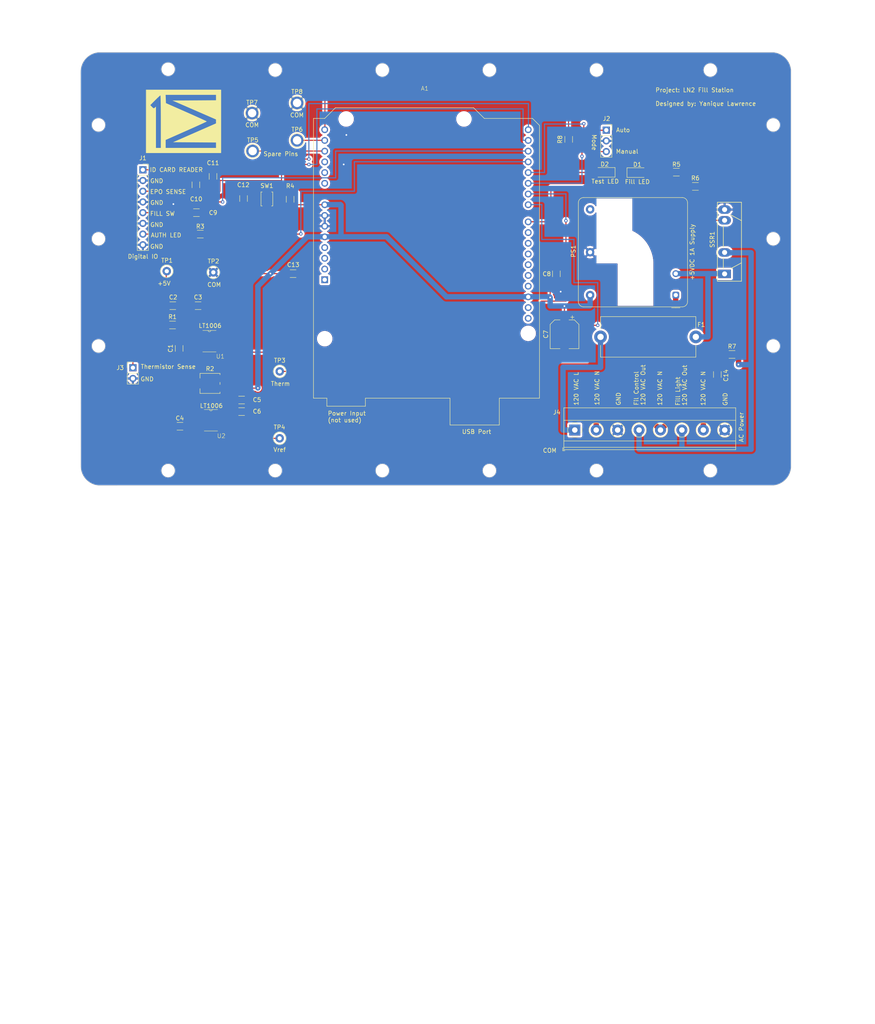
<source format=kicad_pcb>
(kicad_pcb (version 20221018) (generator pcbnew)

  (general
    (thickness 1.6)
  )

  (paper "A1")
  (layers
    (0 "F.Cu" signal)
    (31 "B.Cu" signal)
    (32 "B.Adhes" user "B.Adhesive")
    (33 "F.Adhes" user "F.Adhesive")
    (34 "B.Paste" user)
    (35 "F.Paste" user)
    (36 "B.SilkS" user "B.Silkscreen")
    (37 "F.SilkS" user "F.Silkscreen")
    (38 "B.Mask" user)
    (39 "F.Mask" user)
    (40 "Dwgs.User" user "User.Drawings")
    (41 "Cmts.User" user "User.Comments")
    (42 "Eco1.User" user "User.Eco1")
    (43 "Eco2.User" user "User.Eco2")
    (44 "Edge.Cuts" user)
    (45 "Margin" user)
    (46 "B.CrtYd" user "B.Courtyard")
    (47 "F.CrtYd" user "F.Courtyard")
    (48 "B.Fab" user)
    (49 "F.Fab" user)
    (50 "User.1" user)
    (51 "User.2" user)
    (52 "User.3" user)
    (53 "User.4" user)
    (54 "User.5" user)
    (55 "User.6" user)
    (56 "User.7" user)
    (57 "User.8" user)
    (58 "User.9" user)
  )

  (setup
    (pad_to_mask_clearance 0)
    (pcbplotparams
      (layerselection 0x00010fc_ffffffff)
      (plot_on_all_layers_selection 0x0000000_00000000)
      (disableapertmacros false)
      (usegerberextensions false)
      (usegerberattributes true)
      (usegerberadvancedattributes true)
      (creategerberjobfile true)
      (dashed_line_dash_ratio 12.000000)
      (dashed_line_gap_ratio 3.000000)
      (svgprecision 4)
      (plotframeref false)
      (viasonmask false)
      (mode 1)
      (useauxorigin false)
      (hpglpennumber 1)
      (hpglpenspeed 20)
      (hpglpendiameter 15.000000)
      (dxfpolygonmode true)
      (dxfimperialunits true)
      (dxfusepcbnewfont true)
      (psnegative false)
      (psa4output false)
      (plotreference true)
      (plotvalue true)
      (plotinvisibletext false)
      (sketchpadsonfab false)
      (subtractmaskfromsilk false)
      (outputformat 1)
      (mirror false)
      (drillshape 1)
      (scaleselection 1)
      (outputdirectory "")
    )
  )

  (net 0 "")
  (net 1 "unconnected-(A1-NC-Pad1)")
  (net 2 "unconnected-(A1-IOREF-Pad2)")
  (net 3 "unconnected-(A1-~{RESET}-Pad3)")
  (net 4 "unconnected-(A1-3V3-Pad4)")
  (net 5 "+5V")
  (net 6 "GND")
  (net 7 "unconnected-(A1-A0-Pad9)")
  (net 8 "unconnected-(A1-A1-Pad10)")
  (net 9 "Net-(A1-A3)")
  (net 10 "Net-(A1-SDA{slash}A4-Pad13)")
  (net 11 "Net-(A1-SCL{slash}A5-Pad14)")
  (net 12 "Net-(A1-D0{slash}RX)")
  (net 13 "Net-(A1-D1{slash}TX)")
  (net 14 "Net-(A1-D2)")
  (net 15 "Net-(A1-D3)")
  (net 16 "Net-(A1-D4)")
  (net 17 "Net-(A1-D6)")
  (net 18 "Net-(A1-D7)")
  (net 19 "Net-(A1-D8)")
  (net 20 "unconnected-(A1-D9-Pad24)")
  (net 21 "unconnected-(A1-D10-Pad25)")
  (net 22 "unconnected-(A1-D11-Pad26)")
  (net 23 "unconnected-(A1-D12-Pad27)")
  (net 24 "unconnected-(A1-D13-Pad28)")
  (net 25 "unconnected-(A1-GND-Pad29)")
  (net 26 "unconnected-(A1-SDA{slash}A4-Pad31)")
  (net 27 "unconnected-(A1-SCL{slash}A5-Pad32)")
  (net 28 "Net-(D1-A)")
  (net 29 "Net-(D2-A)")
  (net 30 "Net-(J4-Pin_4)")
  (net 31 "Net-(U2-+)")
  (net 32 "Net-(R6-Pad2)")
  (net 33 "*RST")
  (net 34 "LINE")
  (net 35 "unconnected-(U1-BAL-Pad1)")
  (net 36 "unconnected-(U1-COMP-Pad5)")
  (net 37 "unconnected-(U1-C{slash}B-Pad8)")
  (net 38 "unconnected-(U2-BAL-Pad1)")
  (net 39 "unconnected-(U2-COMP-Pad5)")
  (net 40 "unconnected-(U2-C{slash}B-Pad8)")
  (net 41 "Net-(A1-D5)")
  (net 42 "NEUT")
  (net 43 "Net-(J4-Pin_1)")
  (net 44 "unconnected-(PS1-NC-Pad3)")
  (net 45 "unconnected-(A1-A2-Pad11)")
  (net 46 "Net-(J3-Pin_1)")
  (net 47 "Net-(J1-Pin_7)")
  (net 48 "Net-(C14-Pad1)")

  (footprint "SnapEDA Library1:LT1006" (layer "F.Cu") (at 308.61 134.4422))

  (footprint "Converter_ACDC:Converter_ACDC_Murata_BAC05SxxDC_THT" (layer "F.Cu") (at 418.846 107.315 180))

  (footprint "Capacitor_SMD:C_1206_3216Metric_Pad1.33x1.80mm_HandSolder" (layer "F.Cu") (at 305.0286 81.1784 90))

  (footprint "Resistor_SMD:R_1206_3216Metric_Pad1.30x1.75mm_HandSolder" (layer "F.Cu") (at 423.4942 81.5594))

  (footprint "TestPoint:TestPoint_Loop_D1.80mm_Drill1.0mm_Beaded" (layer "F.Cu") (at 309.1688 101.9302))

  (footprint "Capacitor_SMD:CP_Elec_6.3x5.8" (layer "F.Cu") (at 392.4554 116.6038 -90))

  (footprint "Capacitor_SMD:C_1206_3216Metric_Pad1.33x1.80mm_HandSolder" (layer "F.Cu") (at 428.7012 126.1364 -90))

  (footprint "TestPoint:TestPoint_Loop_D1.80mm_Drill1.0mm_Beaded" (layer "F.Cu") (at 324.9168 125.3998))

  (footprint "TerminalBlock_Phoenix:TerminalBlock_Phoenix_MKDS-1,5-8-5.08_1x08_P5.08mm_Horizontal" (layer "F.Cu") (at 394.8938 139.2936))

  (footprint "Resistor_SMD:R_1206_3216Metric_Pad1.30x1.75mm_HandSolder" (layer "F.Cu") (at 306.0706 92.8624))

  (footprint "Connector_PinSocket_2.54mm:PinSocket_1x03_P2.54mm_Vertical" (layer "F.Cu") (at 402.3614 68.2244))

  (footprint "Capacitor_SMD:C_1206_3216Metric_Pad1.33x1.80mm_HandSolder" (layer "F.Cu") (at 328.0791 102.235))

  (footprint "Capacitor_SMD:C_1206_3216Metric_Pad1.33x1.80mm_HandSolder" (layer "F.Cu") (at 305.5532 109.8274 180))

  (footprint "TestPoint:TestPoint_Plated_Hole_D2.0mm" (layer "F.Cu") (at 318.3636 64.1858))

  (footprint "Fuse:Fuseholder_Cylinder-5x20mm_Stelvio-Kontek_PTF78_Horizontal_Open" (layer "F.Cu") (at 423.5958 117.221 180))

  (footprint "Capacitor_SMD:C_1206_3216Metric_Pad1.33x1.80mm_HandSolder" (layer "F.Cu") (at 301.2558 138.4046 180))

  (footprint "Connector_PinSocket_2.54mm:PinSocket_1x08_P2.54mm_Vertical" (layer "F.Cu") (at 292.4556 77.6224))

  (footprint "Capacitor_SMD:C_1206_3216Metric_Pad1.33x1.80mm_HandSolder" (layer "F.Cu") (at 305.1556 87.7824))

  (footprint "MagLab logo:maglab logo" (layer "F.Cu") (at 300.9646 66.1924 90))

  (footprint "Capacitor_SMD:C_1206_3216Metric_Pad1.33x1.80mm_HandSolder" (layer "F.Cu") (at 390.525 102.2727 90))

  (footprint "Capacitor_SMD:C_1206_3216Metric_Pad1.33x1.80mm_HandSolder" (layer "F.Cu") (at 315.8744 132.1816))

  (footprint "TestPoint:TestPoint_Plated_Hole_D2.0mm" (layer "F.Cu") (at 329.0316 70.6374))

  (footprint "LED_SMD:LED_1206_3216Metric_Pad1.42x1.75mm_HandSolder" (layer "F.Cu") (at 401.9804 78.232 180))

  (footprint "Resistor_SMD:R_1206_3216Metric_Pad1.30x1.75mm_HandSolder" (layer "F.Cu") (at 327.3806 84.608 90))

  (footprint "Resistor_SMD:R_1206_3216Metric_Pad1.30x1.75mm_HandSolder" (layer "F.Cu") (at 432.1804 121.3866 180))

  (footprint "Resistor_SMD:R_1206_3216Metric_Pad1.30x1.75mm_HandSolder" (layer "F.Cu") (at 418.973 78.1812 180))

  (footprint "Capacitor_SMD:C_1206_3216Metric_Pad1.33x1.80mm_HandSolder" (layer "F.Cu") (at 301.0662 119.9519 -90))

  (footprint "TestPoint:TestPoint_Loop_D1.80mm_Drill1.0mm_Beaded" (layer "F.Cu") (at 324.8914 141.2494))

  (footprint "Resistor_SMD:R_1206_3216Metric_Pad1.30x1.75mm_HandSolder" (layer "F.Cu") (at 393.446 70.4094 -90))

  (footprint "Resistor_SMD:R_1206_3216Metric_Pad1.30x1.75mm_HandSolder" (layer "F.Cu") (at 299.4914 114.4016))

  (footprint "SnapEDA Library1:LT1006" (layer "F.Cu") (at 308.2544 115.697))

  (footprint "LED_SMD:LED_1206_3216Metric_Pad1.42x1.75mm_HandSolder" (layer "F.Cu") (at 409.7274 78.2828))

  (footprint "TestPoint:TestPoint_Plated_Hole_D2.0mm" (layer "F.Cu") (at 329.0316 61.7728))

  (footprint "Potentiometer_SMD:Potentiometer_Bourns_3314G_Vertical" (layer "F.Cu") (at 308.3814 128.2446 -90))

  (footprint "Connector_PinHeader_2.54mm:PinHeader_1x02_P2.54mm_Vertical" (layer "F.Cu") (at 290.0934 124.5362))

  (footprint "Capacitor_SMD:C_1206_3216Metric_Pad1.33x1.80mm_HandSolder" (layer "F.Cu") (at 315.8744 134.9248))

  (footprint "Package_SIP:SIP4_Sharp-SSR_P7.62mm_Straight" (layer "F.Cu") (at 430.4214 102.2908 90))

  (footprint "Capacitor_SMD:C_1206_3216Metric_Pad1.33x1.80mm_HandSolder" (layer "F.Cu") (at 316.3316 84.4296 90))

  (footprint "Capacitor_SMD:C_1206_3216Metric_Pad1.33x1.80mm_HandSolder" (layer "F.Cu") (at 309.0926 79.1849 -90))

  (footprint "Button_Switch_SMD:SW_SPST_B3U-1000P" (layer "F.Cu") (at 321.8688 84.533 -90))

  (footprint "SnapEDA Library1:Arduino UNO R3" (layer "F.Cu") (at 359.4648 88.1928 90))

  (footprint "TestPoint:TestPoint_Plated_Hole_D2.0mm" (layer "F.Cu") (at 318.4906 73.1774))

  (footprint "TestPoint:TestPoint_Loop_D1.80mm_Drill1.0mm_Beaded" (layer "F.Cu") (at 298.1198 101.6508))

  (footprint "Capacitor_SMD:C_1206_3216Metric_Pad1.33x1.80mm_HandSolder" (layer "F.Cu") (at 299.5532 109.8274))

  (gr_curve (pts (xy 289.31907 39.830871) (xy 287.346659 41.177073) (xy 285.509835 42.867606) (xy 283.638153 44.244931))
    (stroke (width 0.2) (type solid)) (layer "Dwgs.User") (tstamp 0291f9a5-7ebc-4ad8-a729-514a4c774b23))
  (gr_circle (center 441.325 234.95) (end 441.325 232.0036)
    (stroke (width 0.2) (type solid)) (fill none) (layer "Dwgs.User") (tstamp 055e3e15-53b0-49b4-9c92-f7b9eb94a710))
  (gr_circle (center 282.575 263.525) (end 282.575 260.096)
    (stroke (width 0.2) (type solid)) (fill none) (layer "Dwgs.User") (tstamp 0f021c0b-9b4e-441d-82e6-77980b3c9ed4))
  (gr_curve (pts (xy 455.470909 256.771027) (xy 456.816386 254.795587) (xy 457.817203 252.684546) (xy 457.817203 250.268387))
    (stroke (width 0.2) (type solid)) (layer "Dwgs.User") (tstamp 1d5ea204-a747-4c1e-bc7e-ea6c596bc0ed))
  (gr_curve (pts (xy 281.847732 45.720834) (xy 280.818662 46.569131) (xy 279.816437 47.449993) (xy 278.844524 48.361287))
    (stroke (width 0.2) (type solid)) (layer "Dwgs.User") (tstamp 1fa154d3-fc49-4120-bbb9-8df3b637ce1a))
  (gr_curve (pts (xy 442.052998 45.720276) (xy 440.262458 44.244024) (xy 438.390335 42.866724) (xy 436.553049 41.176417))
    (stroke (width 0.2) (type solid)) (layer "Dwgs.User") (tstamp 25a04e06-42fc-4ed5-84f7-064530bfeb0b))
  (gr_line (start 266.082797 69.647772) (end 266.082797 238.952709)
    (stroke (width 0.2) (type solid)) (layer "Dwgs.User") (tstamp 2c8a2311-84d6-43a4-b660-504ee436c2a1))
  (gr_circle (center 336.55 53.975) (end 339.4964 53.975)
    (stroke (width 0.2) (type solid)) (fill none) (layer "Dwgs.User") (tstamp 2f24fa95-8f48-4749-9459-e4f4e634f61a))
  (gr_circle (center 282.575 158.75) (end 282.575 155.8036)
    (stroke (width 0.2) (type solid)) (fill none) (layer "Dwgs.User") (tstamp 37eda51f-64b2-4295-8164-24e8b9507215))
  (gr_line (start 306.26229 280.017203) (end 425.672465 280.017203)
    (stroke (width 0.2) (type solid)) (layer "Dwgs.User") (tstamp 4936da2c-42f0-4c43-a5dd-3c9bb6c4f52c))
  (gr_curve (pts (xy 268.429091 60.728973) (xy 267.083614 62.704413) (xy 266.082797 64.815454) (xy 266.082797 67.231613))
    (stroke (width 0.2) (type solid)) (layer "Dwgs.User") (tstamp 4dc4a93c-f58a-44fb-a491-92a268016322))
  (gr_curve (pts (xy 267.628313 252.408802) (xy 268.647509 255.657577) (xy 270.15958 258.763122) (xy 272.131081 261.597858))
    (stroke (width 0.2) (type solid)) (layer "Dwgs.User") (tstamp 56e8701c-638b-40a4-801b-3f3c2938a03f))
  (gr_curve (pts (xy 434.580229 39.830435) (xy 432.607409 38.484454) (xy 430.499054 37.482797) (xy 428.084793 37.482797))
    (stroke (width 0.2) (type solid)) (layer "Dwgs.User") (tstamp 577aa864-6d39-4b11-9e06-a9bb5ce36ebf))
  (gr_curve (pts (xy 455.470873 60.727159) (xy 454.125424 58.752068) (xy 452.435407 56.912523) (xy 451.057134 55.038839))
    (stroke (width 0.2) (type solid)) (layer "Dwgs.User") (tstamp 5916be8c-1c9a-4443-be5e-9d263d48b480))
  (gr_circle (center 441.325 209.55) (end 441.325 206.6036)
    (stroke (width 0.2) (type solid)) (fill none) (layer "Dwgs.User") (tstamp 5a2ea95e-9e7f-43a7-b025-c9197580c153))
  (gr_circle (center 336.55 263.525) (end 336.55 260.5786)
    (stroke (width 0.2) (type solid)) (fill none) (layer "Dwgs.User") (tstamp 5b36e1c4-03ca-4256-ac19-e0e83305631b))
  (gr_circle (center 311.15 53.975) (end 314.0964 53.975)
    (stroke (width 0.2) (type solid)) (fill none) (layer "Dwgs.User") (tstamp 5d1257f4-924b-4a4e-a543-bd6dcfeb8386))
  (gr_curve (pts (xy 449.579158 264.252305) (xy 451.056661 262.460058) (xy 452.435297 260.586305) (xy 454.125432 258.746467))
    (stroke (width 0.2) (type solid)) (layer "Dwgs.User") (tstamp 618133c5-0e0a-4273-a6f4-29f611469f5e))
  (gr_circle (center 441.325 53.975) (end 441.325 50.9778)
    (stroke (width 0.2) (type solid)) (fill none) (layer "Dwgs.User") (tstamp 6a2f070b-bd33-4958-b600-3f408b62f18b))
  (gr_curve (pts (xy 439.376749 275.511907) (xy 442.190845 272.931655) (xy 444.679284 269.696195) (xy 447.251871 267.075361))
    (stroke (width 0.2) (type solid)) (layer "Dwgs.User") (tstamp 733665a0-2ab4-457f-93a3-5d7428fbf210))
  (gr_circle (center 441.325 263.525) (end 441.325 260.096)
    (stroke (width 0.2) (type solid)) (fill none) (layer "Dwgs.User") (tstamp 76ed4e6b-1146-417f-a4d4-50e35f349823))
  (gr_curve (pts (xy 266.082797 238.952709) (xy 266.082797 242.360365) (xy 266.082797 245.768021) (xy 266.609117 249.160026))
    (stroke (width 0.2) (type solid)) (layer "Dwgs.User") (tstamp 79adf5e0-b336-4baf-976b-648410c18929))
  (gr_circle (center 361.95 263.525) (end 361.95 260.5786)
    (stroke (width 0.2) (type solid)) (fill none) (layer "Dwgs.User") (tstamp 7e31a811-2ec9-4a82-a8b2-d91d1a389d75))
  (gr_circle (center 441.96 81.28) (end 441.96 78.3336)
    (stroke (width 0.2) (type solid)) (fill none) (layer "Dwgs.User") (tstamp 83a4cb1c-20ac-4a3d-8991-62d4445d1d29))
  (gr_circle (center 281.94 106.68) (end 281.94 103.7336)
    (stroke (width 0.2) (type solid)) (fill none) (layer "Dwgs.User") (tstamp 85b78ae3-8a3b-4134-8ddd-25658c7f5b2d))
  (gr_circle (center 311.15 263.525) (end 311.15 260.5786)
    (stroke (width 0.2) (type solid)) (fill none) (layer "Dwgs.User") (tstamp 8a6542d9-27b6-4c22-9717-73266ff31e5e))
  (gr_circle (center 441.325 158.75) (end 441.325 155.8036)
    (stroke (width 0.2) (type solid)) (fill none) (layer "Dwgs.User") (tstamp 8b012cf0-3a34-4398-86b9-b7109cf2f741))
  (gr_circle (center 412.75 263.525) (end 412.75 260.5786)
    (stroke (width 0.2) (type solid)) (fill none) (layer "Dwgs.User") (tstamp 8c179822-536a-4bf2-acd8-0d238af75955))
  (gr_circle (center 281.94 81.28) (end 281.94 78.3336)
    (stroke (width 0.2) (type solid)) (fill none) (layer "Dwgs.User") (tstamp 947f2dc9-118d-4f35-91b7-7f5656ed15a0))
  (gr_circle (center 441.325 184.15) (end 441.325 181.2036)
    (stroke (width 0.2) (type solid)) (fill none) (layer "Dwgs.User") (tstamp 948d5555-891e-4395-a5da-2a03f63069eb))
  (gr_circle (center 282.578746 53.975) (end 282.578746 50.9778)
    (stroke (width 0.2) (type solid)) (fill none) (layer "Dwgs.User") (tstamp 98f0429b-c331-457e-be7e-aa5c51b6b6c7))
  (gr_circle (center 361.95 53.975) (end 364.8964 53.975)
    (stroke (width 0.2) (type solid)) (fill none) (layer "Dwgs.User") (tstamp 9917881f-94ca-434c-98f2-34617099433d))
  (gr_curve (pts (xy 445.997375 49.302565) (xy 445.055803 48.360995) (xy 444.08399 47.449667) (xy 443.081965 46.568632))
    (stroke (width 0.2) (type solid)) (layer "Dwgs.User") (tstamp 9b31d342-9dc0-41b2-9a8a-49f746097b7c))
  (gr_line (start 457.817203 247.852228) (end 457.817203 69.644612)
    (stroke (width 0.2) (type solid)) (layer "Dwgs.User") (tstamp 9c5906e5-b3b8-4088-9622-1c8322b68cc1))
  (gr_circle (center 387.35 263.525) (end 387.35 260.5786)
    (stroke (width 0.2) (type solid)) (fill none) (layer "Dwgs.User") (tstamp a7279288-7981-48b7-8b96-76cfd445448c))
  (gr_curve (pts (xy 274.320842 53.247695) (xy 272.843338 55.039942) (xy 271.464703 56.913695) (xy 269.774568 58.753533))
    (stroke (width 0.2) (type solid)) (layer "Dwgs.User") (tstamp ba45addb-69e3-48a5-ac56-44802ff64f3d))
  (gr_line (start 425.670531 37.482797) (end 298.227536 37.482797)
    (stroke (width 0.2) (type solid)) (layer "Dwgs.User") (tstamp ba9a4605-bb1e-4007-8b30-42527403db23))
  (gr_curve (pts (xy 288.432724 276.37288) (xy 292.499101 278.602438) (xy 296.897466 280.017203) (xy 301.579878 280.017203))
    (stroke (width 0.2) (type solid)) (layer "Dwgs.User") (tstamp c09b1a5a-c6e4-48a1-b655-89654ede5435))
  (gr_circle (center 282.575 209.55) (end 282.575 206.6036)
    (stroke (width 0.2) (type solid)) (fill none) (layer "Dwgs.User") (tstamp c51e5773-5aa2-4f4b-bef6-eeccfcdcbeb2))
  (gr_curve (pts (xy 274.320295 264.253091) (xy 277.277499 267.839798) (xy 280.631959 271.09897) (xy 284.366348 274.143322))
    (stroke (width 0.2) (type solid)) (layer "Dwgs.User") (tstamp cd24832d-d370-4c36-8e0d-532af94662fe))
  (gr_circle (center 281.94 132.08) (end 284.8864 132.08)
    (stroke (width 0.2) (type solid)) (fill none) (layer "Dwgs.User") (tstamp d5d790fb-ccc6-4c57-8d37-aa8a965bf687))
  (gr_circle (center 282.575 234.95) (end 282.575 232.0036)
    (stroke (width 0.2) (type solid)) (fill none) (layer "Dwgs.User") (tstamp d7459155-5838-425a-9b2c-25407baf6697))
  (gr_circle (center 441.96 132.08) (end 441.96 129.1336)
    (stroke (width 0.2) (type solid)) (fill none) (layer "Dwgs.User") (tstamp dba8c78f-7568-489c-91b9-9a90c73bb8b0))
  (gr_curve (pts (xy 425.672465 280.017203) (xy 429.547682 280.017203) (xy 433.4229 280.017203) (xy 436.562653 278.092159))
    (stroke (width 0.2) (type solid)) (layer "Dwgs.User") (tstamp dc8ffdf1-6559-4072-a624-4ed681d539c0))
  (gr_circle (center 412.75 53.975) (end 415.6964 53.975)
    (stroke (width 0.2) (
... [1219761 chars truncated]
</source>
